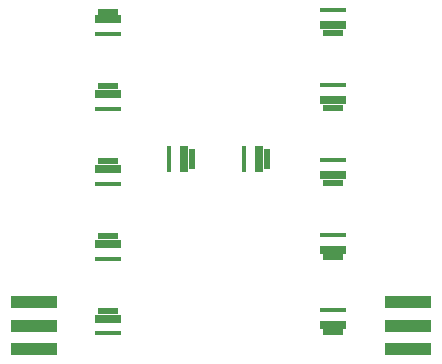
<source format=gts>
G04 #@! TF.FileFunction,Soldermask,Top*
%FSLAX46Y46*%
G04 Gerber Fmt 4.6, Leading zero omitted, Abs format (unit mm)*
G04 Created by KiCad (PCBNEW 4.0.0-rc2-stable) date 3/3/2016 4:04:38 PM*
%MOMM*%
G01*
G04 APERTURE LIST*
%ADD10C,0.150000*%
%ADD11R,1.800000X0.500000*%
%ADD12R,2.300000X0.320000*%
%ADD13R,2.300000X0.800000*%
%ADD14R,0.500000X1.800000*%
%ADD15R,0.320000X2.300000*%
%ADD16R,0.800000X2.300000*%
%ADD17R,4.000000X1.000000*%
%ADD18C,0.600000*%
G04 APERTURE END LIST*
D10*
D11*
X55269380Y-21595544D03*
D12*
X55269380Y-23495544D03*
D13*
X55269380Y-22245544D03*
D11*
X55269380Y-27931009D03*
D12*
X55269380Y-29831009D03*
D13*
X55269380Y-28581009D03*
D11*
X55269380Y-34266473D03*
D12*
X55269380Y-36166473D03*
D13*
X55269380Y-34916473D03*
D11*
X55269380Y-40601938D03*
D12*
X55269380Y-42501938D03*
D13*
X55269380Y-41251938D03*
D11*
X55269380Y-46937402D03*
D12*
X55269380Y-48837402D03*
D13*
X55269380Y-47587402D03*
D11*
X74314330Y-48737402D03*
D12*
X74314330Y-46837402D03*
D13*
X74314330Y-48087402D03*
D11*
X74314330Y-42401938D03*
D12*
X74314330Y-40501938D03*
D13*
X74314330Y-41751938D03*
D11*
X74314330Y-36066473D03*
D12*
X74314330Y-34166473D03*
D13*
X74314330Y-35416473D03*
D11*
X74314330Y-29731009D03*
D12*
X74314330Y-27831009D03*
D13*
X74314330Y-29081009D03*
D11*
X74314330Y-23395544D03*
D12*
X74314330Y-21495544D03*
D13*
X74314330Y-22745544D03*
D14*
X68725745Y-34058006D03*
D15*
X66825745Y-34058006D03*
D16*
X68075745Y-34058006D03*
D14*
X62369086Y-34058006D03*
D15*
X60469086Y-34058006D03*
D16*
X61719086Y-34058006D03*
D17*
X80684685Y-50192207D03*
X80684685Y-48192207D03*
X80684685Y-46192207D03*
D18*
X79684685Y-50192207D03*
X79684685Y-48192207D03*
X79684685Y-46192207D03*
D17*
X49020840Y-46192207D03*
X49020840Y-48192207D03*
X49020840Y-50192207D03*
D18*
X50020840Y-46192207D03*
X50020840Y-48192207D03*
X50020840Y-50192207D03*
M02*

</source>
